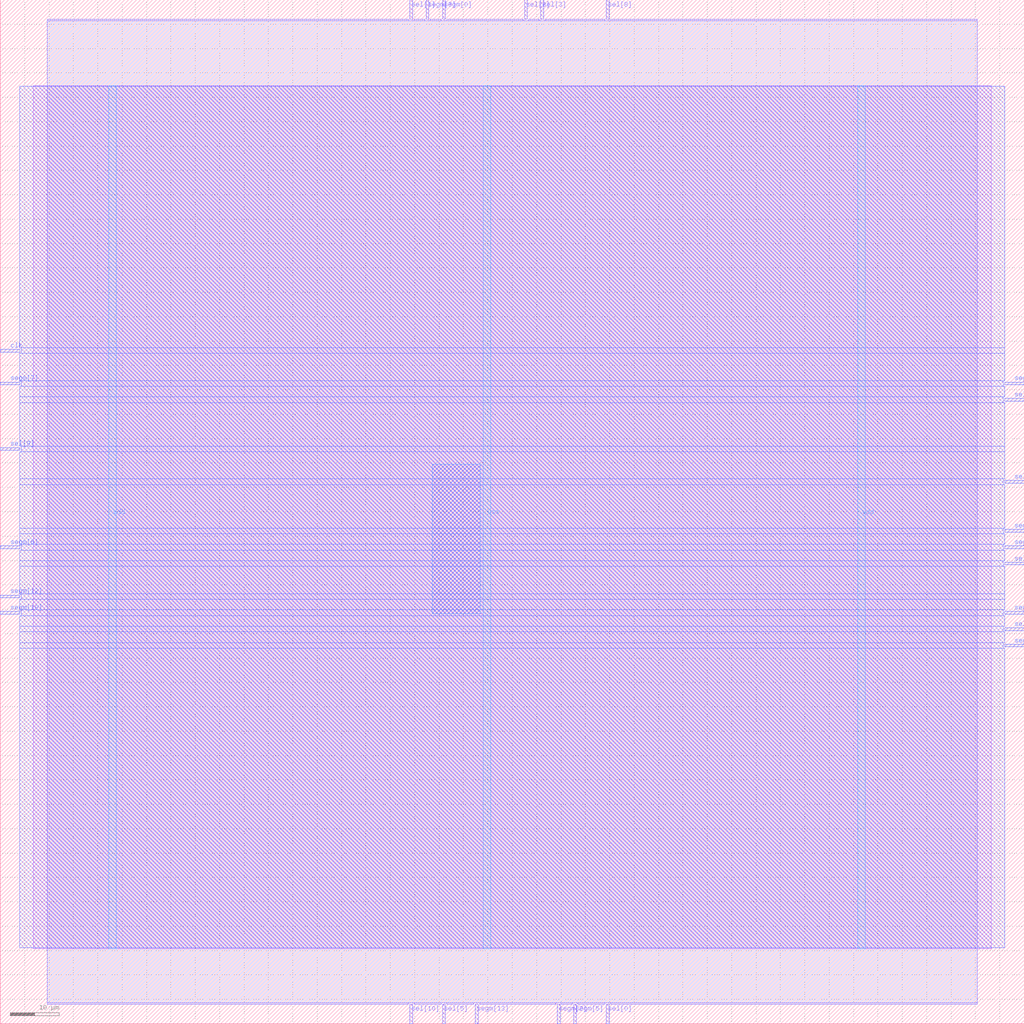
<source format=lef>
VERSION 5.7 ;
  NOWIREEXTENSIONATPIN ON ;
  DIVIDERCHAR "/" ;
  BUSBITCHARS "[]" ;
MACRO ita15
  CLASS BLOCK ;
  FOREIGN ita15 ;
  ORIGIN 0.000 0.000 ;
  SIZE 210.000 BY 210.000 ;
  PIN clk
    DIRECTION INPUT ;
    USE SIGNAL ;
    ANTENNAGATEAREA 4.738000 ;
    ANTENNADIFFAREA 0.410400 ;
    PORT
      LAYER Metal3 ;
        RECT 0.000 137.760 4.000 138.320 ;
    END
  END clk
  PIN segm[0]
    DIRECTION OUTPUT TRISTATE ;
    USE SIGNAL ;
    ANTENNADIFFAREA 4.731200 ;
    PORT
      LAYER Metal2 ;
        RECT 90.720 206.000 91.280 210.000 ;
    END
  END segm[0]
  PIN segm[10]
    DIRECTION OUTPUT TRISTATE ;
    USE SIGNAL ;
    ANTENNADIFFAREA 4.731200 ;
    PORT
      LAYER Metal3 ;
        RECT 0.000 84.000 4.000 84.560 ;
    END
  END segm[10]
  PIN segm[11]
    DIRECTION OUTPUT TRISTATE ;
    USE SIGNAL ;
    ANTENNADIFFAREA 4.731200 ;
    PORT
      LAYER Metal3 ;
        RECT 206.000 131.040 210.000 131.600 ;
    END
  END segm[11]
  PIN segm[12]
    DIRECTION OUTPUT TRISTATE ;
    USE SIGNAL ;
    ANTENNADIFFAREA 4.731200 ;
    PORT
      LAYER Metal3 ;
        RECT 0.000 87.360 4.000 87.920 ;
    END
  END segm[12]
  PIN segm[13]
    DIRECTION OUTPUT TRISTATE ;
    USE SIGNAL ;
    ANTENNADIFFAREA 4.731200 ;
    PORT
      LAYER Metal2 ;
        RECT 97.440 0.000 98.000 4.000 ;
    END
  END segm[13]
  PIN segm[1]
    DIRECTION OUTPUT TRISTATE ;
    USE SIGNAL ;
    ANTENNADIFFAREA 4.731200 ;
    PORT
      LAYER Metal3 ;
        RECT 206.000 77.280 210.000 77.840 ;
    END
  END segm[1]
  PIN segm[2]
    DIRECTION OUTPUT TRISTATE ;
    USE SIGNAL ;
    ANTENNADIFFAREA 4.731200 ;
    PORT
      LAYER Metal2 ;
        RECT 114.240 0.000 114.800 4.000 ;
    END
  END segm[2]
  PIN segm[3]
    DIRECTION OUTPUT TRISTATE ;
    USE SIGNAL ;
    ANTENNADIFFAREA 4.731200 ;
    PORT
      LAYER Metal2 ;
        RECT 87.360 206.000 87.920 210.000 ;
    END
  END segm[3]
  PIN segm[4]
    DIRECTION OUTPUT TRISTATE ;
    USE SIGNAL ;
    ANTENNADIFFAREA 4.731200 ;
    PORT
      LAYER Metal3 ;
        RECT 206.000 84.000 210.000 84.560 ;
    END
  END segm[4]
  PIN segm[5]
    DIRECTION OUTPUT TRISTATE ;
    USE SIGNAL ;
    ANTENNADIFFAREA 4.731200 ;
    PORT
      LAYER Metal2 ;
        RECT 117.600 0.000 118.160 4.000 ;
    END
  END segm[5]
  PIN segm[6]
    DIRECTION OUTPUT TRISTATE ;
    USE SIGNAL ;
    ANTENNADIFFAREA 4.731200 ;
    PORT
      LAYER Metal3 ;
        RECT 0.000 97.440 4.000 98.000 ;
    END
  END segm[6]
  PIN segm[7]
    DIRECTION OUTPUT TRISTATE ;
    USE SIGNAL ;
    ANTENNADIFFAREA 4.731200 ;
    PORT
      LAYER Metal3 ;
        RECT 0.000 131.040 4.000 131.600 ;
    END
  END segm[7]
  PIN segm[8]
    DIRECTION OUTPUT TRISTATE ;
    USE SIGNAL ;
    ANTENNADIFFAREA 4.731200 ;
    PORT
      LAYER Metal3 ;
        RECT 206.000 100.800 210.000 101.360 ;
    END
  END segm[8]
  PIN segm[9]
    DIRECTION OUTPUT TRISTATE ;
    USE SIGNAL ;
    ANTENNADIFFAREA 4.731200 ;
    PORT
      LAYER Metal3 ;
        RECT 206.000 97.440 210.000 98.000 ;
    END
  END segm[9]
  PIN sel[0]
    DIRECTION OUTPUT TRISTATE ;
    USE SIGNAL ;
    ANTENNADIFFAREA 4.731200 ;
    PORT
      LAYER Metal2 ;
        RECT 124.320 0.000 124.880 4.000 ;
    END
  END sel[0]
  PIN sel[10]
    DIRECTION OUTPUT TRISTATE ;
    USE SIGNAL ;
    ANTENNADIFFAREA 4.731200 ;
    PORT
      LAYER Metal2 ;
        RECT 84.000 0.000 84.560 4.000 ;
    END
  END sel[10]
  PIN sel[11]
    DIRECTION OUTPUT TRISTATE ;
    USE SIGNAL ;
    ANTENNADIFFAREA 4.731200 ;
    PORT
      LAYER Metal3 ;
        RECT 206.000 110.880 210.000 111.440 ;
    END
  END sel[11]
  PIN sel[1]
    DIRECTION OUTPUT TRISTATE ;
    USE SIGNAL ;
    ANTENNADIFFAREA 4.731200 ;
    PORT
      LAYER Metal2 ;
        RECT 84.000 206.000 84.560 210.000 ;
    END
  END sel[1]
  PIN sel[2]
    DIRECTION OUTPUT TRISTATE ;
    USE SIGNAL ;
    ANTENNADIFFAREA 4.731200 ;
    PORT
      LAYER Metal2 ;
        RECT 107.520 206.000 108.080 210.000 ;
    END
  END sel[2]
  PIN sel[3]
    DIRECTION OUTPUT TRISTATE ;
    USE SIGNAL ;
    ANTENNADIFFAREA 4.731200 ;
    PORT
      LAYER Metal2 ;
        RECT 110.880 206.000 111.440 210.000 ;
    END
  END sel[3]
  PIN sel[4]
    DIRECTION OUTPUT TRISTATE ;
    USE SIGNAL ;
    ANTENNADIFFAREA 4.731200 ;
    PORT
      LAYER Metal3 ;
        RECT 206.000 127.680 210.000 128.240 ;
    END
  END sel[4]
  PIN sel[5]
    DIRECTION OUTPUT TRISTATE ;
    USE SIGNAL ;
    ANTENNADIFFAREA 4.731200 ;
    PORT
      LAYER Metal2 ;
        RECT 90.720 0.000 91.280 4.000 ;
    END
  END sel[5]
  PIN sel[6]
    DIRECTION OUTPUT TRISTATE ;
    USE SIGNAL ;
    ANTENNADIFFAREA 4.731200 ;
    PORT
      LAYER Metal3 ;
        RECT 206.000 94.080 210.000 94.640 ;
    END
  END sel[6]
  PIN sel[7]
    DIRECTION OUTPUT TRISTATE ;
    USE SIGNAL ;
    ANTENNADIFFAREA 4.731200 ;
    PORT
      LAYER Metal3 ;
        RECT 206.000 80.640 210.000 81.200 ;
    END
  END sel[7]
  PIN sel[8]
    DIRECTION OUTPUT TRISTATE ;
    USE SIGNAL ;
    ANTENNADIFFAREA 4.731200 ;
    PORT
      LAYER Metal2 ;
        RECT 124.320 206.000 124.880 210.000 ;
    END
  END sel[8]
  PIN sel[9]
    DIRECTION OUTPUT TRISTATE ;
    USE SIGNAL ;
    ANTENNADIFFAREA 4.731200 ;
    PORT
      LAYER Metal3 ;
        RECT 0.000 117.600 4.000 118.160 ;
    END
  END sel[9]
  PIN vdd
    DIRECTION INOUT ;
    USE POWER ;
    PORT
      LAYER Metal4 ;
        RECT 22.240 15.380 23.840 192.380 ;
    END
    PORT
      LAYER Metal4 ;
        RECT 175.840 15.380 177.440 192.380 ;
    END
  END vdd
  PIN vss
    DIRECTION INOUT ;
    USE GROUND ;
    PORT
      LAYER Metal4 ;
        RECT 99.040 15.380 100.640 192.380 ;
    END
  END vss
  OBS
      LAYER Metal1 ;
        RECT 6.720 15.380 203.280 192.380 ;
      LAYER Metal2 ;
        RECT 9.660 205.700 83.700 206.000 ;
        RECT 84.860 205.700 87.060 206.000 ;
        RECT 88.220 205.700 90.420 206.000 ;
        RECT 91.580 205.700 107.220 206.000 ;
        RECT 108.380 205.700 110.580 206.000 ;
        RECT 111.740 205.700 124.020 206.000 ;
        RECT 125.180 205.700 200.340 206.000 ;
        RECT 9.660 4.300 200.340 205.700 ;
        RECT 9.660 4.000 83.700 4.300 ;
        RECT 84.860 4.000 90.420 4.300 ;
        RECT 91.580 4.000 97.140 4.300 ;
        RECT 98.300 4.000 113.940 4.300 ;
        RECT 115.100 4.000 117.300 4.300 ;
        RECT 118.460 4.000 124.020 4.300 ;
        RECT 125.180 4.000 200.340 4.300 ;
      LAYER Metal3 ;
        RECT 4.000 138.620 206.000 192.220 ;
        RECT 4.300 137.460 206.000 138.620 ;
        RECT 4.000 131.900 206.000 137.460 ;
        RECT 4.300 130.740 205.700 131.900 ;
        RECT 4.000 128.540 206.000 130.740 ;
        RECT 4.000 127.380 205.700 128.540 ;
        RECT 4.000 118.460 206.000 127.380 ;
        RECT 4.300 117.300 206.000 118.460 ;
        RECT 4.000 111.740 206.000 117.300 ;
        RECT 4.000 110.580 205.700 111.740 ;
        RECT 4.000 101.660 206.000 110.580 ;
        RECT 4.000 100.500 205.700 101.660 ;
        RECT 4.000 98.300 206.000 100.500 ;
        RECT 4.300 97.140 205.700 98.300 ;
        RECT 4.000 94.940 206.000 97.140 ;
        RECT 4.000 93.780 205.700 94.940 ;
        RECT 4.000 88.220 206.000 93.780 ;
        RECT 4.300 87.060 206.000 88.220 ;
        RECT 4.000 84.860 206.000 87.060 ;
        RECT 4.300 83.700 205.700 84.860 ;
        RECT 4.000 81.500 206.000 83.700 ;
        RECT 4.000 80.340 205.700 81.500 ;
        RECT 4.000 78.140 206.000 80.340 ;
        RECT 4.000 76.980 205.700 78.140 ;
        RECT 4.000 15.540 206.000 76.980 ;
      LAYER Metal4 ;
        RECT 88.620 84.090 98.420 114.710 ;
  END
END ita15
END LIBRARY


</source>
